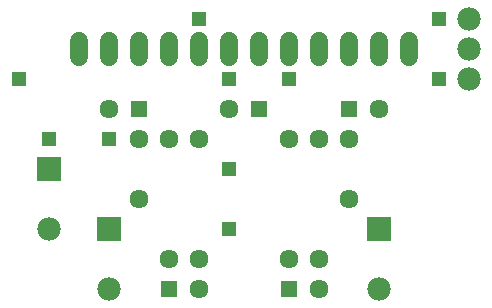
<source format=gbs>
G75*
%MOIN*%
%OFA0B0*%
%FSLAX25Y25*%
%IPPOS*%
%LPD*%
%AMOC8*
5,1,8,0,0,1.08239X$1,22.5*
%
%ADD10C,0.06343*%
%ADD11R,0.05556X0.05556*%
%ADD12R,0.08300X0.08300*%
%ADD13C,0.07800*%
%ADD14C,0.05950*%
%ADD15R,0.04762X0.04762*%
D10*
X0085760Y0059589D03*
X0095760Y0059589D03*
X0095760Y0049589D03*
X0125760Y0059589D03*
X0135760Y0059589D03*
X0135760Y0049589D03*
X0145760Y0079589D03*
X0145760Y0099589D03*
X0135760Y0099589D03*
X0125760Y0099589D03*
X0105760Y0109589D03*
X0095760Y0099589D03*
X0085760Y0099589D03*
X0075760Y0099589D03*
X0065760Y0109589D03*
X0075760Y0079589D03*
X0155760Y0109589D03*
D11*
X0145760Y0109589D03*
X0115760Y0109589D03*
X0075760Y0109589D03*
X0085760Y0049589D03*
X0125760Y0049589D03*
D12*
X0155760Y0069589D03*
X0065760Y0069589D03*
X0045760Y0089589D03*
D13*
X0065760Y0049589D03*
X0045760Y0069589D03*
X0155760Y0049589D03*
X0185760Y0119589D03*
X0185760Y0129589D03*
X0185760Y0139589D03*
D14*
X0165760Y0132163D02*
X0165760Y0127014D01*
X0155760Y0127014D02*
X0155760Y0132163D01*
X0145760Y0132163D02*
X0145760Y0127014D01*
X0135760Y0127014D02*
X0135760Y0132163D01*
X0125760Y0132163D02*
X0125760Y0127014D01*
X0115760Y0127014D02*
X0115760Y0132163D01*
X0105760Y0132163D02*
X0105760Y0127014D01*
X0095760Y0127014D02*
X0095760Y0132163D01*
X0085760Y0132163D02*
X0085760Y0127014D01*
X0075760Y0127014D02*
X0075760Y0132163D01*
X0065760Y0132163D02*
X0065760Y0127014D01*
X0055760Y0127014D02*
X0055760Y0132163D01*
D15*
X0035760Y0119589D03*
X0045760Y0099589D03*
X0065760Y0099589D03*
X0105760Y0089589D03*
X0105760Y0069589D03*
X0105760Y0119589D03*
X0125760Y0119589D03*
X0095760Y0139589D03*
X0175760Y0139589D03*
X0175760Y0119589D03*
M02*

</source>
